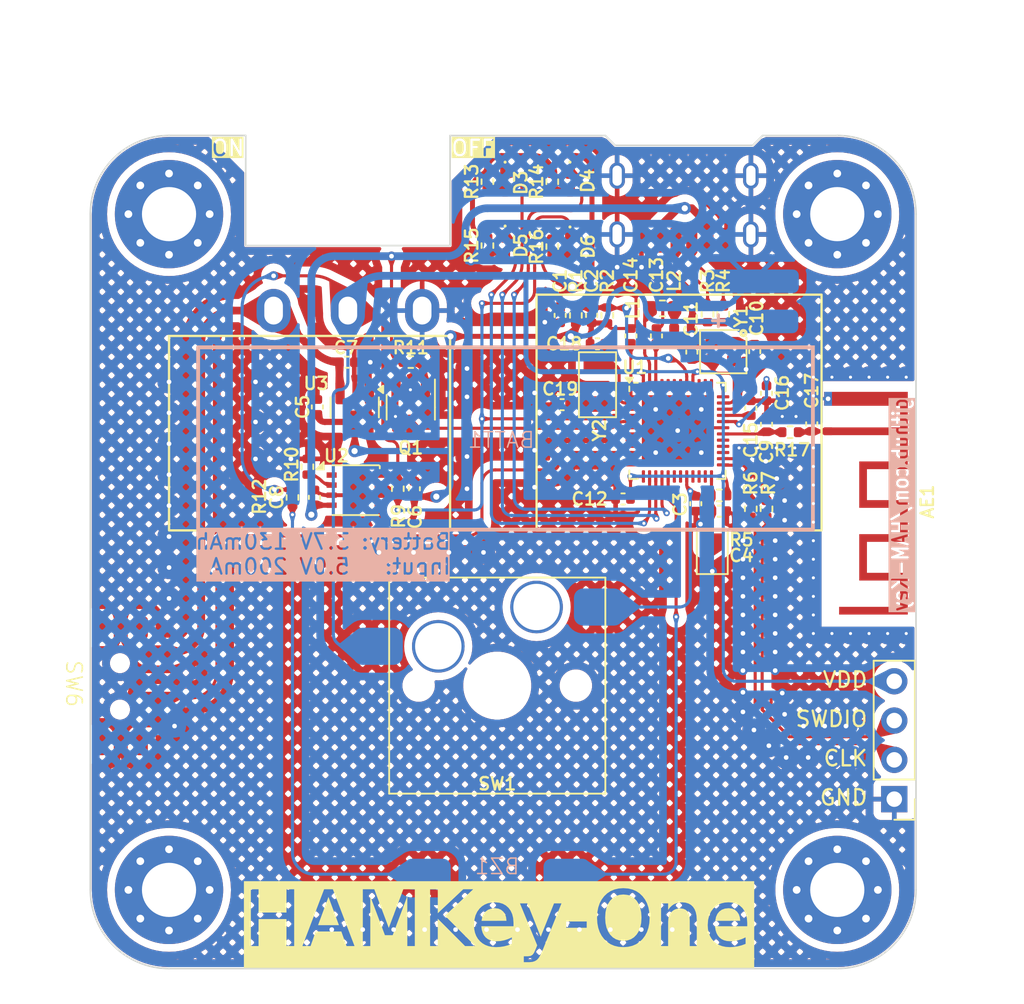
<source format=kicad_pcb>
(kicad_pcb (version 20240108) (generator "pcbnew") (generator_version "8.0")
  (layers (0 "F.Cu" signal) (31 "B.Cu" signal) (34 "B.Paste" user) (35 "F.Paste" user) (36 "B.SilkS" user "B.Silkscreen") (37 "F.SilkS" user "F.Silkscreen") (38 "B.Mask" user) (39 "F.Mask" user) (44 "Edge.Cuts" user))
  (net 0 "")
  (net 1 "Net-(BZ1--)")
  (net 2 "/BUZZER")
  (net 3 "GND")
  (net 4 "+3.3V")
  (net 5 "/BTN0")
  (net 6 "/LED_RED")
  (net 7 "Net-(U1-P0.29{slash}AIN5)")
  (net 8 "/LED_BLUE")
  (net 9 "/RESET")
  (net 10 "/LED_WHITE")
  (net 11 "Net-(D3-A)")
  (net 12 "Net-(Q1-B)")
  (net 13 "/CHARGING")
  (net 14 "/CC2")
  (net 15 "/CC1")
  (net 16 "/BAT+")
  (net 17 "+5V")
  (net 18 "Net-(U1-ANT)")
  (net 19 "Net-(U2-PROG)")
  (net 21 "Net-(U1-XC1)")
  (net 22 "Net-(U1-XC2)")
  (net 23 "Net-(U1-DEC4)")
  (net 24 "Net-(U1-DEC1)")
  (net 25 "Net-(U1-DEC3)")
  (net 26 "Net-(U1-DEC2)")
  (net 27 "Net-(AE1-A)")
  (net 28 "Net-(U1-P0.00{slash}XL1)")
  (net 29 "Net-(U1-P0.01{slash}XL2)")
  (net 30 "Net-(D4-A)")
  (net 31 "Net-(D5-A)")
  (net 32 "Net-(D6-A)")
  (net 33 "/VBUS")
  (net 47 "Net-(U1-DCC)")
  (net 53 "/BTN2")
  (net 54 "Net-(L1-Pad2)")
  (net 55 "LDO3v3")
  (net 57 "/SWDP")
  (net 58 "/SWDN")
  (net 59 "/SWD+")
  (net 60 "/SWD-")
  (net 62 "/SW_SOUND")
  (footprint "Capacitor_SMD:C_0402_1005Metric" (layer "F.Cu") (at 154.813 100.076 180)
    (property "Reference" "C12")
    (property "Value" "4.7uF")
  )
  (footprint "MountingHole:MountingHole_3.5mm_Pad_Via" (layer "F.Cu") (at 125.476001 125.349)
    (property "Reference" "H2" (hide yes))
    (property "Value" "M3.5")
  )
  (footprint "Resistor_SMD:R_0402_1005Metric" (layer "F.Cu") (at 150.241 79.5685 90)
    (property "Reference" "R14")
    (property "Value" "470R")
  )
  (footprint "Resistor_SMD:R_0402_1005Metric" (layer "F.Cu") (at 140.2588 99.4136 -90)
    (property "Reference" "R9")
    (property "Value" "470k")
  )
  (footprint "Capacitor_SMD:C_0402_1005Metric" (layer "F.Cu") (at 164.084 95.25 90)
    (property "Reference" "C9")
    (property "Value" "0.8pF")
  )
  (footprint "LED_SMD:LED_0402_1005Metric_Pad0.77x0.64mm_HandSolder" (layer "F.Cu") (at 151.384 79.5685 -90)
    (property "Reference" "D4")
    (property "Value" "BLUE")
  )
  (footprint "Resistor_SMD:R_0402_1005Metric" (layer "F.Cu") (at 133.4516 99.9764 -90)
    (property "Reference" "R12")
    (property "Value" "100R")
  )
  (footprint "Capacitor_SMD:C_0402_1005Metric" (layer "F.Cu") (at 150.749 88.207 -90)
    (property "Reference" "C1")
    (property "Value" "0.1uF")
  )
  (footprint "Resistor_SMD:R_0402_1005Metric" (layer "F.Cu") (at 134.4168 97.9912 -90)
    (property "Reference" "R10")
    (property "Value" "10k")
  )
  (footprint "Inductor_SMD:L_0603_1608Metric" (layer "F.Cu") (at 157.353 87.757)
    (property "Reference" "L1")
    (property "Value" "10uH")
  )
  (footprint "Capacitor_SMD:C_0402_1005Metric" (layer "F.Cu") (at 153.162 90.043 180)
    (property "Reference" "C18")
    (property "Value" "12pF")
  )
  (footprint "Connector_PinHeader_2.54mm:PinHeader_1x04_P2.54mm_Vertical" (layer "F.Cu") (at 172.339 119.4816 180)
    (property "Reference" "J1" (hide yes))
    (property "Value" "Conn_01x04")
  )
  (footprint "Package_TO_SOT_SMD:SOT-23" (layer "F.Cu") (at 137.475 94.1555 -90)
    (property "Reference" "U3")
    (property "Value" "~")
  )
  (footprint "RF_Antenna:Texas_SWRA117D_2.4GHz_Right" (layer "F.Cu") (at 168.063 95.699 -90)
    (property "Reference" "AE1")
    (property "Value" "Antenna_Shield")
  )
  (footprint "Capacitor_SMD:C_0402_1005Metric" (layer "F.Cu") (at 161.036 100.8634 180)
    (property "Reference" "C4")
    (property "Value" "0.1uF")
  )
  (footprint "Capacitor_SMD:C_0402_1005Metric" (layer "F.Cu") (at 159.512 100.3808 90)
    (property "Reference" "C3")
    (property "Value" "0.47uF")
  )
  (footprint "Capacitor_SMD:C_0402_1005Metric" (layer "F.Cu") (at 163.068 94.206 -90)
    (property "Reference" "C15")
    (property "Value" "100pF")
  )
  (footprint "Resistor_SMD:R_0402_1005Metric" (layer "F.Cu") (at 163.068 100.711 -90)
    (property "Reference" "R6")
    (property "Value" "0R")
  )
  (footprint "LED_SMD:LED_0402_1005Metric_Pad0.77x0.64mm_HandSolder" (layer "F.Cu") (at 147.193 83.695 -90)
    (property "Reference" "D5")
    (property "Value" "WHITE")
  )
  (footprint "xianii:KEY-1511" (layer "F.Cu") (at 146.685 112.141)
    (property "Reference" "SW1")
    (property "Value" "SW_Main")
  )
  (footprint "Resistor_SMD:R_0402_1005Metric" (layer "F.Cu") (at 146.05 83.695 90)
    (property "Reference" "R15")
    (property "Value" "470R")
  )
  (footprint "Package_TO_SOT_SMD:SOT-23-3" (layer "F.Cu") (at 141.097 94.15 -90)
    (property "Reference" "Q1")
    (property "Value" "DTC143Z")
  )
  (footprint "Resistor_SMD:R_0402_1005Metric" (layer "F.Cu") (at 153.797 88.207 -90)
    (property "Reference" "R2")
    (property "Value" "1M")
  )
  (footprint "Capacitor_SMD:C_0402_1005Metric" (layer "F.Cu") (at 163.322 90.551 90)
    (property "Reference" "C10")
    (property "Value" "12pF")
  )
  (footprint "Resistor_SMD:R_0402_1005Metric" (layer "F.Cu") (at 151.765 88.207 90)
    (property "Reference" "R1")
    (property "Value" "470k")
  )
  (footprint "Capacitor_SMD:C_0402_1005Metric" (layer "F.Cu") (at 134.874 99.9724 -90)
    (property "Reference" "C8")
    (property "Value" "1uF")
  )
  (footprint "MountingHole:MountingHole_3.5mm_Pad_Via" (layer "F.Cu") (at 125.476 81.661)
    (property "Reference" "H4" (hide yes))
    (property "Value" "M3.5")
  )
  (footprint "Capacitor_SMD:C_0402_1005Metric" (layer "F.Cu") (at 152.781 88.207 -90)
    (property "Reference" "C2")
    (property "Value" "0.1uF")
  )
  (footprint "LED_SMD:LED_0402_1005Metric_Pad0.77x0.64mm_HandSolder" (layer "F.Cu") (at 151.384 83.7575 -90)
    (property "Reference" "D6")
    (property "Value" "GREEN")
  )
  (footprint "Resistor_SMD:R_0402_1005Metric" (layer "F.Cu") (at 160.274 88.138 -90)
    (property "Reference" "R3")
    (property "Value" "5.1k")
  )
  (footprint "Jumper:SolderJumper-2_P1.3mm_Open_TrianglePad1.0x1.5mm" (layer "F.Cu") (at 160.5788 103.5304 -90)
    (property "Reference" "SW2" (hide yes))
    (property "Value" "SW_Reset")
  )
  (footprint "PCM_Crystal_AKL:Crystal_SMD_2016-4Pin_2.0x1.6mm" (layer "F.Cu") (at 161.29 90.551 180)
    (property "Reference" "Y1")
    (property "Value" "Xtal_32M" (hide yes))
  )
  (footprint "Resistor_SMD:R_0402_1005Metric" (layer "F.Cu") (at 164.084 100.711 -90)
    (property "Reference" "R7")
    (property "Value" "0R")
  )
  (footprint "MountingHole:MountingHole_3.5mm_Pad_Via" (layer "F.Cu") (at 168.655999 81.661)
    (property "Reference" "H3" (hide yes))
    (property "Value" "M3.5")
  )
  (footprint "Capacitor_SMD:C_0402_1005Metric" (layer "F.Cu") (at 164.084 93.246 90)
    (property "Reference" "C16")
    (property "Value" "NC")
  )
  (footprint "Inductor_SMD:L_0402_1005Metric" (layer "F.Cu") (at 158.115 89.535 -90)
    (property "Reference" "L2")
    (property "Value" "15nH")
  )
  (footprint "Resistor_SMD:R_0402_1005Metric" (layer "F.Cu") (at 150.241 83.7595 90)
    (property "Reference" "R16")
    (property "Value" "470R")
  )
  (footprint "MountingHole:MountingHole_3.5mm_Pad_Via" (layer "F.Cu") (at 168.656 125.349)
    (property "Reference" "H1" (hide yes))
    (property "Value" "M3.5")
  )
  (footprint "Capacitor_SMD:C_0402_1005Metric" (layer "F.Cu") (at 159.258 90.579 -90)
    (property "Reference" "C11")
    (property "Value" "12pF")
  )
  (footprint "xianii:SK-3296S-01-L1" (layer "F.Cu") (at 122.3062 112.1914 -90)
    (property "Reference" "SW6")
    (property "Value" "SW_SOUND")
  )
  (footprint "Capacitor_SMD:C_0402_1005Metric" (layer "F.Cu") (at 167.005 95.222 90)
    (property "Reference" "C17")
    (property "Value" "NC")
  )
  (footprint "Resistor_SMD:R_0402_1005Metric" (layer "F.Cu") (at 146.05 79.5665 90)
    (property "Reference" "R13")
    (property "Value" "470R")
  )
  (footprint "Resistor_SMD:R_0402_1005Metric" (layer "F.Cu") (at 141.097 91.2235)
    (property "Reference" "R11")
    (property "Value" "100k")
  )
  (footprint "LED_SMD:LED_0402_1005Metric_Pad0.77x0.64mm_HandSolder" (layer "F.Cu") (at 147.193 79.5665 -90)
    (property "Reference" "D3")
    (property "Value" "RED")
  )
  (footprint "Capacitor_SMD:C_0402_1005Metric" (layer "F.Cu") (at 150.876 93.98 180)
    (property "Reference" "C19")
    (property "Value" "12pF")
  )
  (footprint "Capacitor_SMD:C_0402_1005Metric" (layer "F.Cu") (at 141.3256 99.4156 -90)
    (property "Reference" "C6")
    (property "Value" "1uF")
  )
  (footprint "nigh_Library:Type-C-3.2H" (layer "F.Cu") (at 158.752 84.1486 180)
    (property "Reference" "USB1" (hide yes))
    (property "Value" "USB_C_Receptacle_PowerOnly_6P")
  )
  (footprint "PCM_Crystal_AKL:Crystal_SMD_3215-2Pin_3.2x1.5mm" (layer "F.Cu") (at 153.162 92.69 -90)
    (property "Reference" "Y2")
    (property "Value" "32.768kHz" (hide yes))
  )
  (footprint "Package_DFN_QFN:DFN-8-1EP_3x3mm_P0.65mm_EP1.55x2.4mm" (layer "F.Cu") (at 137.5345 99.5056)
    (property "Reference" "U2")
    (property "Value" "SLM6400")
  )
  (footprint "Capacitor_SMD:C_0402_1005Metric" (layer "F.Cu") (at 156.972 89.535 90)
    (property "Reference" "C13")
    (property "Value" "1uF")
  )
  (footprint "Resistor_SMD:R_0402_1005Metric" (layer "F.Cu") (at 161.29 88.14 -90)
    (property "Reference" "R4")
    (property "Value" "5.1k")
  )
  (footprint "Capacitor_SMD:C_0402_1005Metric" (layer "F.Cu") (at 155.321 89.535 -90)
    (property "Reference" "C14")
    (property "Value" "0.1uF")
  )
  (footprint "Package_DFN_QFN:QFN-48-1EP_6x6mm_P0.4mm_EP4.6x4.6mm" (layer "F.Cu") (at 158.328 95.672)
    (property "Reference" "U1")
    (property "Value" "nRF52832-QFxx")
  )
  (footprint "Resistor_SMD:R_0402_1005Metric" (layer "F.Cu") (at 161.036 99.8474)
    (property "Reference" "R5")
    (property "Value" "5.1k")
  )
  (footprint "Capacitor_SMD:C_0402_1005Metric" (layer "F.Cu") (at 136.967 91.2345)
    (property "Reference" "C7")
    (property "Value" "4.7uF")
  )
  (footprint "Capacitor_SMD:C_0402_1005Metric" (layer "F.Cu") (at 135.062 94.1275 90)
    (property "Reference" "C5")
    (property "Value" "1uF")
  )
  (footprint "nigh_Library:SS12D06G5" (layer "F.Cu") (at 137.033 87.8967)
    (property "Reference" "SW3" (hide yes))
    (property "Value" "SW_PWR")
  )
  (footprint "Resistor_SMD:R_0402_1005Metric" (layer "F.Cu") (at 165.608 95.758 180)
    (property "Reference" "R17")
    (property "Value" "0R")
  )
  (footprint "xianii:BATT-501240" (layer "B.Cu") (at 147.1676 96.4692)
    (property "Reference" "BATT1")
    (property "Value" "Battery_Cell")
  )
  (footprint "xianii:BUZZ-9032" (layer "B.Cu") (at 146.6765 124.333 180)
    (property "Reference" "BZ1")
    (property "Value" "Buzzer")
  )
  (gr_rect (start 125.476 89.535) (end 143.637 102.108) (stroke (width 0.15)) (fill none) (layer "F.SilkS"))
  (gr_rect (start 149.225 86.868) (end 167.64 102.108) (stroke (width 0.15)) (fill none) (layer "F.SilkS"))
  (gr_line (start 130.429 76.574655) (end 125.476001 76.574655) (stroke (width 0.1)) (layer "Edge.Cuts"))
  (gr_line (start 173.742346 81.661001) (end 173.742346 125.349001) (stroke (width 0.1)) (layer "Edge.Cuts"))
  (gr_line (start 143.637 76.581) (end 153.67 76.581) (stroke (width 0.1)) (layer "Edge.Cuts"))
  (gr_line (start 163.83 76.581) (end 168.656 76.581) (stroke (width 0.1)) (layer "Edge.Cuts"))
  (gr_line (start 125.476002 130.435347) (end 168.656 130.435347) (stroke (width 0.1)) (layer "Edge.Cuts"))
  (gr_arc (start 168.656 76.574655) (mid 172.252589 78.064412) (end 173.742346 81.661001) (stroke (width 0.1)) (layer "Edge.Cuts"))
  (gr_arc (start 173.742346 125.349001) (mid 172.25259 128.945592) (end 168.656 130.435347) (stroke (width 0.1)) (layer "Edge.Cuts"))
  (gr_line (start 154.305 77.216) (end 163.195 77.216) (stroke (width 0.1)) (layer "Edge.Cuts"))
  (gr_arc (start 125.476002 130.435347) (mid 121.879411 128.945591) (end 120.389656 125.349001) (stroke (width 0.1)) (layer "Edge.Cuts"))
  (gr_line (start 130.429 76.574655) (end 130.429 83.693) (stroke (width 0.1)) (layer "Edge.Cuts"))
  (gr_line (start 130.429 83.693) (end 143.637 83.693) (stroke (width 0.1)) (layer "Edge.Cuts"))
  (gr_line (start 163.195 77.216) (end 163.83 76.581) (stroke (width 0.1)) (layer "Edge.Cuts"))
  (gr_line (start 153.67 76.581) (end 154.305 77.216) (stroke (width 0.1)) (layer "Edge.Cuts"))
  (gr_line (start 143.637 83.693) (end 143.637 76.581) (stroke (width 0.1)) (layer "Edge.Cuts"))
  (gr_arc (start 120.389655 81.661001) (mid 121.879411 78.064411) (end 125.476001 76.574655) (stroke (width 0.1)) (layer "Edge.Cuts"))
  (gr_line (start 120.389655 81.661001) (end 120.389656 125.349001) (stroke (width 0.1)) (layer "Edge.Cuts"))
  (gr_text "github.com/HAM-Key" (at 173.3296 93.472 90) (layer "B.SilkS" knockout) (effects (font (size 1 0.85)) (justify left bottom mirror)))
  (gr_text "Battery: 3.7V 130mAh\nInput:   5.0V 200mA" (at 143.764 105.029 0) (layer "B.SilkS" knockout) (effects (font (size 1 1)) (justify left bottom mirror)))
  (gr_text "VDD" (at 170.688 111.76 0) (layer "F.SilkS") (effects (font (size 1 1)) (justify right)))
  (gr_text "SWDIO" (at 170.688 114.3 0) (layer "F.SilkS") (effects (font (size 1 1)) (justify right)))
  (gr_text "GND" (at 170.688 119.38 0) (layer "F.SilkS") (effects (font (size 1 1)) (justify right)))
  (gr_text "HAMKey-One" (at 146.6873 129.5908 0) (layer "F.SilkS" knockout) (effects (font (size 3.6 3.6) (thickness 1)) (justify bottom)))
  (gr_text "ON" (at 128.143 77.978 0) (layer "F.SilkS" knockout) (effects (font (size 1 1)) (justify left bottom)))
  (gr_text "CLK" (at 170.688 116.84 0) (layer "F.SilkS") (effects (font (size 1 1)) (justify right)))
  (gr_text "OFF" (at 143.637 77.978 0) (layer "F.SilkS" knockout) (effects (font (size 1 1)) (justify left bottom)))
  (segment (start 133.4516 101.092) (end 133.4516 100.4864) (width 0.2) (layer "F.Cu") (net 1))
  (via (at 133.4516 101.092) (size 0.4) (drill 0.2) (layers "F.Cu" "B.Cu") (net 1))
  (segment (start 142.1765 124.333) (end 134.851074 124.333) (width 0.2) (layer "B.Cu") (net 1))
  (segment (start 133.4516 122.933526) (end 133.4516 101.092) (width 0.2) (layer "B.Cu") (net 1))
  (arc (start 134.851074 124.333) (mid 133.861496 123.923104) (end 133.4516 122.933526) (width 0.2) (layer "B.Cu") (net 1))
  (segment (start 158.242 107.696) (end 158.242 100.7872) (width 0.2) (layer "F.Cu") (net 2))
  (segment (start 158.098316 100.440316) (end 157.9372 100.2792) (width 0.2) (layer "F.Cu") (net 2))
  (segment (start 157.728 99.774147) (end 157.728 98.622) (width 0.2) (layer "F.Cu") (net 2))
  (via (at 158.242 107.696) (size 0.4) (drill 0.2) (layers "F.Cu" "B.Cu") (net 2))
  (arc (start 157.9372 100.2792) (mid 157.782369 100.04748) (end 157.728 99.774147) (width 0.2) (layer "F.Cu") (net 2))
  (arc (start 158.242 100.7872) (mid 158.204658 100.599468) (end 158.098316 100.440316) (width 0.2) (layer "F.Cu") (net 2))
  (segment (start 151.1765 124.333) (end 157.4546 124.333) (width 0.2) (layer "B.Cu") (net 2))
  (segment (start 158.242 123.5456) (end 158.242 107.696) (width 0.2) (layer "B.Cu") (net 2))
  (arc (start 157.4546 124.333) (mid 158.011376 124.102376) (end 158.242 123.5456) (width 0.2) (layer "B.Cu") (net 2))
  (segment (start 138.102913 98.937186) (end 137.5345 99.5056) (width 0.25) (layer "F.Cu") (net 3))
  (segment (start 135.9845 99.8306) (end 135.690487 99.8306) (width 0.25) (layer "F.Cu") (net 3))
  (segment (start 161.9504 101.2978) (end 161.9504 102.300456) (width 0.2) (layer "F.Cu") (net 3))
  (segment (start 150.749 88.687) (end 149.7994 88.687) (width 0.2) (layer "F.Cu") (net 3))
  (segment (start 135.9845 99.8306) (end 136.749881 99.8306) (width 0.25) (layer "F.Cu") (net 3))
  (segment (start 161.278 95.472) (end 158.810842 95.472) (width 0.2) (layer "F.Cu") (net 3))
  (segment (start 156.6672 86.5632) (end 155.8544 86.5632) (width 0.2) (layer "F.Cu") (net 3))
  (segment (start 159.512 100.8608) (end 159.512 101.3968) (width 0.2) (layer "F.Cu") (net 3))
  (segment (start 162.7632 91.101) (end 163.153006 91.101) (width 0.2) (layer "F.Cu") (net 3))
  (segment (start 154.135 89.055) (end 155.321 89.055) (width 0.2) (layer "F.Cu") (net 3))
  (segment (start 162.7632 91.694) (end 162.7632 91.101) (width 0.2) (layer "F.Cu") (net 3))
  (segment (start 155.6512 88.7248) (end 155.6512 86.7664) (width 0.2) (layer "F.Cu") (net 3))
  (segment (start 159.258 90.099) (end 160.492 90.099) (width 0.2) (layer "F.Cu") (net 3))
  (segment (start 139.0845 97.1745) (end 139.0845 98.5306) (width 0.2) (layer "F.Cu") (net 3))
  (segment (start 152.781 88.687) (end 153.767 88.687) (width 0.2) (layer "F.Cu") (net 3))
  (segment (start 156.002 86.4156) (end 156.002 83.3492) (width 0.2) (layer "F.Cu") (net 3))
  (segment (start 152.682 90.043) (end 152.682 88.786) (width 0.2) (layer "F.Cu") (net 3))
  (segment (start 157.3784 88.6486) (end 157.3784 87.2744) (width 0.2) (layer "F.Cu") (net 3))
  (segment (start 125.122 114.7572) (end 125.8316 114.7572) (width 0.2) (layer "F.Cu") (net 3))
  (segment (start 167.42441 93.585491) (end 167.865293 93.585491) (width 0.2) (layer "F.Cu") (net 3))
  (segment (start 138.425 93.218) (end 138.425 96.515) (width 0.2) (layer "F.Cu") (net 3))
  (segment (start 162.56 102.7684) (end 162.418344 102.7684) (width 0.2) (layer "F.Cu") (net 3))
  (segment (start 157.328 92.722) (end 157.328 93.302698) (width 0.2) (layer "F.Cu") (net 3))
  (segment (start 161.99 91.101) (end 162.7632 91.101) (width 0.2) (layer "F.Cu") (net 3))
  (via (at 149.098 93.218) (size 0.6) (drill 0.3) (layers "F.Cu" "B.Cu") (net 3))
  (via (at 167.11 92.202) (size 0.4) (drill 0.2) (layers "F.Cu" "B.Cu") (net 3))
  (via (at 164.6428 102.7684) (size 0.6) (drill 0.3) (layers "F.Cu" "B.Cu") (net 3))
  (via (at 164.0332 97.6376) (size 0.6) (drill 0.3) (layers "F.Cu" "B.Cu") (net 3))
  (via (at 160.5788 104.7496) (size 0.6) (drill 0.3) (layers "F.Cu" "B.Cu") (net 3))
  (via (at 162.56 108.7684) (size 0.6) (drill 0.3) (layers "F.Cu" "B.Cu") (net 3))
  (via (at 135.9916 127.9144) (size 0.6) (drill 0.3) (layers "F.Cu" "B.Cu") (net 3))
  (via (at 162.56 107.5684) (size 0.6) (drill 0.3) (layers "F.Cu" "B.Cu") (net 3))
  (via (at 167.11 96.774) (size 0.4) (drill 0.2) (layers "F.Cu" "B.Cu") (net 3))
  (via (at 165.354 116.7892) (size 0.6) (drill 0.3) (layers "F.Cu" "B.Cu") (net 3))
  (via (at 162.56 105.1684) (size 0.6) (drill 0.3) (layers "F.Cu" "B.Cu") (net 3))
  (via (at 125.476 98.5068) (size 0.6) (drill 0.3) (layers "F.Cu" "B.Cu") (net 3))
  (via (at 162.56 113.8428) (size 0.6) (drill 0.3) (layers "F.Cu" "B.Cu") (net 3))
  (via (at 165.2524 113.9952) (size 0.6) (drill 0.3) (layers "F.Cu" "B.Cu") (net 3))
  (via (at 145.9916 127.9144) (size 0.6) (drill 0.3) (layers "F.Cu" "B.Cu") (net 3))
  (via (at 164.6428 106.3684) (size 0.6) (drill 0.3) (layers "F.Cu" "B.Cu") (net 3))
  (via (at 167.11 99.174) (size 0.4) (drill 0.2) (layers "F.Cu" "B.Cu") (net 3))
  (via (at 125.476 96.5068) (size 0.6) (drill 0.3) (layers "F.Cu" "B.Cu") (net 3))
  (via (at 125.476 92.5068) (size 0.6) (drill 0.3) (layers "F.Cu" "B.Cu") (net 3))
  (via (at 125.476 102.5068) (size 0.6) (drill 0.3) (layers "F.Cu" "B.Cu") (net 3))
  (via (at 159.258 87.63) (size 0.6) (drill 0.3) (layers "F.Cu" "B.Cu") (net 3))
  (via (at 167.8432 114.7572) (size 0.6) (drill 0.3) (layers "F.Cu" "B.Cu") (net 3))
  (via (at 167.11 107.574) (size 0.4) (drill 0.2) (layers "F.Cu" "B.Cu") (net 3))
  (via (at 144.9832 84.6836) (size 0.6) (drill 0.3) (layers "F.Cu" "B.Cu") (net 3))
  (via (at 139.9916 127.9144) (size 0.6) (drill 0.3) (layers "F.Cu" "B.Cu") (net 3))
  (via (at 162.56 112.5728) (size 0.6) (drill 0.3) (layers "F.Cu" "B.Cu") (net 3))
  (via (at 159.258 89.4588) (size 0.6) (drill 0.3) (layers "F.Cu" "B.Cu") (net 3))
  (via (at 165.1 112.6236) (size 0.6) (drill 0.3) (layers "F.Cu" "B.Cu") (net 3))
  (via (at 162.56 103.9684) (size 0.6) (drill 0.3) (layers "F.Cu" "B.Cu") (net 3))
  (via (at 125.476 104.5068) (size 0.6) (drill 0.3) (layers "F.Cu" "B.Cu") (net 3))
  (via (at 166.4716 114.7572) (size 0.6) (drill 0.3) (layers "F.Cu" "B.Cu") (net 3))
  (via (at 162.56 106.3684) (size 0.6) (drill 0.3) (layers "F.Cu" "B.Cu") (net 3))
  (via (at 167.11 102.774) (size 0.4) (drill 0.2) (layers "F.Cu" "B.Cu") (net 3))
  (via (at 165.91 96.774) (size 0.4) (drill 0.2) (layers "F.Cu" "B.Cu") (net 3))
  (via (at 159.8676 97.0788) (size 0.6) (drill 0.3) (layers "F.Cu" "B.Cu") (net 3))
  (via (at 162.56 109.9684) (size 0.6) (drill 0.3) (layers "F.Cu" "B.Cu") (net 3))
  (via (at 141.9916 127.9144) (size 0.6) (drill 0.3) (layers "F.Cu" "B.Cu") (net 3))
  (via (at 133.35 97.4852) (size 0.6) (drill 0.3) (layers "F.Cu" "B.Cu") (net 3))
  (via (at 167.11 97.974) (size 0.4) (drill 0.2) (layers "F.Cu" "B.Cu") (net 3))
  (via (at 167.11 106.374) (size 0.4) (drill 0.2) (layers "F.Cu" "B.Cu") (net 3))
  (via (at 165.2524 101.4476) (size 0.6) (drill 0.3) (layers "F.Cu" "B.Cu") (net 3))
  (via (at 170.71 92.202) (size 0.4) (drill 0.2) (layers "F.Cu" "B.Cu") (net 3))
  (via (at 162.7632 91.694) (size 0.6) (drill 0.3) (layers "F.Cu" "B.Cu") (net 3))
  (via (at 159.8676 94.2848) (size 0.6) (drill 0.3) (layers "F.Cu" "B.Cu") (net 3))
  (via (at 151.9916 127.9144) (size 0.6) (drill 0.3) (layers "F.Cu" "B.Cu") (net 3))
  (via (at 164.71 96.774) (size 0.4) (drill 0.2) (layers "F.Cu" "B.Cu") (net 3))
  (via (at 164.6428 107.5684) (size 0.6) (drill 0.3) (layers "F.Cu" "B.Cu") (net 3))
  (via (at 164.2364 116.0272) (size 0.6) (drill 0.3) (layers "F.Cu" "B.Cu") (net 3))
  (via (at 167.11 93.402) (size 0.4) (drill 0.2) (layers "F.Cu" "B.Cu") (net 3))
  (via (at 143.5608 103.5304) (size 0.6) (drill 0.3) (layers "F.Cu" "B.Cu") (net 3))
  (via (at 164.6428 103.9684) (size 0.6) (drill 0.3) (layers "F.Cu" "B.Cu") (net 3))
  (via (at 149.7584 88.646) (size 0.6) (drill 0.3) (layers "F.Cu" "B.Cu") (net 3))
  (via (at 139.0396 103.5304) (size 0.6) (drill 0.3) (layers "F.Cu" "B.Cu") (net 3))
  (via (at 167.11 108.774) (size 0.4) (drill 0.2) (layers "F.Cu" "B.Cu") (net 3))
  (via (at 141.0716 93.0148) (size 0.4) (drill 0.2) (layers "F.Cu" "B.Cu") (net 3))
  (via (at 131.064 95.0976) (size 0.6) (drill 0.3) (layers "F.Cu" "B.Cu") (net 3))
  (via (at 125.476 100.5068) (size 0.6) (drill 0.3) (layers "F.Cu" "B.Cu") (net 3))
  (via (at 149.098 96.9264) (size 0.6) (drill 0.3) (layers "F.Cu" "B.Cu") (net 3))
  (via (at 169.2148 114.7572) (size 0.6) (drill 0.3) (layers "F.Cu" "B.Cu") (net 3))
  (via (at 168.31 92.202) (size 0.4) (drill 0.2) (layers "F.Cu" "B.Cu") (net 3))
  (via (at 168.2496 116.7892) (size 0.6) (drill 0.3) (layers "F.Cu" "B.Cu") (net 3))
  (via (at 169.6212 116.7892) (size 0.6) (drill 0.3) (layers "F.Cu" "B.Cu") (net 3))
  (via (at 164.6428 108.7684) (size 0.6) (drill 0.3) (layers "F.Cu" "B.Cu") (net 3))
  (via (at 163.2712 115.0112) (size 0.6) (drill 0.3) (layers "F.Cu" "B.Cu") (net 3))
  (via (at 144.7292 97.3328) (size 0.6) (drill 0.3) (layers "F.Cu" "B.Cu") (net 3))
  (via (at 143.9916 127.9144) (size 0.6) (drill 0.3) (layers "F.Cu" "B.Cu") (net 3))
  (via (at 164.6428 109.9684) (size 0.6) (drill 0.3) (layers "F.Cu" "B.Cu") (net 3))
  (via (at 156.0068 85.09) (size 0.6) (drill 0.3) (layers "F.Cu" "B.Cu") (net 3))
  (via (at 171.91 92.202) (size 0.4) (drill 0.2) (layers "F.Cu" "B.Cu") (net 3))
  (via (at 167.11 101.574) (size 0.4) (drill 0.2) (layers "F.Cu" "B.Cu") (net 3))
  (via (at 131.064 92.5068) (size 0.6) (drill 0.3) (layers "F.Cu" "B.Cu") (net 3))
  (via (at 167.11 100.374) (size 0.4) (drill 0.2) (layers "F.Cu" "B.Cu") (net 3))
  (via (at 164.6428 111.1684) (size 0.6) (drill 0.3) (layers "F.Cu" "B.Cu") (net 3))
  (via (at 145.796 103.5304) (size 0.6) (drill 0.3) (layers "F.Cu" "B.Cu") (net 3))
  (via (at 157.2768 85.09) (size 0.6) (drill 0.3) (layers "F.Cu" "B.Cu") (net 3))
  (via (at 165.989 94.742) (size 0.4) (drill 0.2) (layers "F.Cu" "B.Cu") (net 3))
  (via (at 153.9916 127.9144) (size 0.6) (drill 0.3) (layers "F.Cu" "B.Cu") (net 3))
  (via (at 149.9916 127.9144) (size 0.6) (drill 0.3) (layers "F.Cu" "B.Cu") (net 3))
  (via (at 165.1 94.742) (size 0.4) (drill 0.2) (layers "F.Cu" "B.Cu") (net 3))
  (via (at 163.51 96.774) (size 0.4) (drill 0.2) (layers "F.Cu" "B.Cu") (net 3))
  (via (at 162.31 96.774) (size 0.4) (drill 0.2) (layers "F.Cu" "B.Cu") (net 3))
  (via (at 154.432 85.09) (size 0.6) (drill 0.3) (layers "F.Cu" "B.Cu") (net 3))
  (via (at 147.9916 127.9144) (size 0.6) (drill 0.3) (layers "F.Cu" "B.Cu") (net 3))
  (via (at 165.2524 100.1776) (size 0.6) (drill 0.3) (layers "F.Cu" "B.Cu") (net 3))
  (via (at 137.9916 127.9144) (size 0.6) (drill 0.3) (layers "F.Cu" "B.Cu") (net 3))
  (via (at 144.7292 91.6432) (size 0.6) (drill 0.3) (layers "F.Cu" "B.Cu") (net 3))
  (via (at 159.8168 101.7016) (size 0.6) (drill 0.3) (layers "F.Cu" "B.Cu") (net 3))
  (via (at 167.11 105.174) (size 0.4) (drill 0.2) (layers "F.Cu" "B.Cu") (net 3))
  (via (at 167.11 103.974) (size 0.4) (drill 0.2) (layers "F.Cu" "B.Cu") (net 3))
  (via (at 162.56 102.7684) (size 0.6) (drill 0.3) (layers "F.Cu" "B.Cu") (net 3))
  (via (at 149.098 99.314) (size 0.6) (drill 0.3) (layers "F.Cu" "B.Cu") (net 3))
  (via (at 156.9212 97.0788) (size 0.6) (drill 0.3) (layers "F.Cu" "B.Cu") (net 3))
  (via (at 138.4808 91.2368) (size 0.6) (drill 0.3) (layers "F.Cu" "B.Cu") (net 3))
  (via (at 157.9916 127.9144) (size 0.6) (drill 0.3) (layers "F.Cu" "B.Cu") (net 3))
  (via (at 144.7292 99.4156) (size 0.6) (drill 0.3) (layers "F.Cu" "B.Cu") (net 3))
  (via (at 164.7444 98.7552) (size 0.6) (drill 0.3) (layers "F.Cu" "B.Cu") (net 3))
  (via (at 125.8316 114.7572) (size 0.6) (drill 0.3) (layers "F.Cu" "B.Cu") (net 3))
  (via (at 125.476 94.5068) (size 0.6) (drill 0.3) (layers "F.Cu" "B.Cu") (net 3))
  (via (at 169.51 92.202) (size 0.4) (drill 0.2) (layers "F.Cu" "B.Cu") (net 3))
  (via (at 173.11 108.774) (size 0.4) (drill 0.2) (layers "F.Cu" "B.Cu") (net 3))
  (via (at 158.3436 95.6564) (size 0.6) (drill 0.3) (layers "F.Cu" "B.Cu") (net 3))
  (via (at 168.31 108.774) (size 0.4) (drill 0.2) (layers "F.Cu" "B.Cu") (net 3))
  (via (at 141.2748 103.5304) (size 0.6) (drill 0.3) (layers "F.Cu" "B.Cu") (net 3))
  (via (at 164.6428 105.1684) (size 0.6) (drill 0.3) (layers "F.Cu" "B.Cu") (net 3))
  (via (at 131.064 97.4852) (size 0.6) (drill 0.3) (layers "F.Cu" "B.Cu") (net 3))
  (via (at 171.91 108.774) (size 0.4) (drill 0.2) (layers "F.Cu" "B.Cu") (net 3))
  (via (at 173.11 92.202) (size 0.4) (drill 0.2) (layers "F.Cu" "B.Cu") (net 3))
  (via (at 156.9212 94.2848) (size 0.6) (drill 0.3) (layers "F.Cu" "B.Cu") (net 3))
  (via (at 170.71 108.774) (size 0.4) (drill 0.2) (layers "F.Cu" "B.Cu") (net 3))
  (via (at 162.56 111.1684) (size 0.6) (drill 0.3) (layers "F.Cu" "B.Cu") (net 3))
  (via (at 125.476 106.5068) (size 0.6) (drill 0.3) (layers "F.Cu" "B.Cu") (net 3))
  (via (at 166.7764 116.7892) (size 0.6) (drill 0.3) (layers "F.Cu" "B.Cu") (net 3))
  (via (at 144.7292 93.472) (size 0.6) (drill 0.3) (layers "F.Cu" "B.Cu") (net 3))
  (via (at 140.1064 94.742) (size 0.4) (drill 0.2) (layers "F.Cu" "B.Cu") (net 3))
  (via (at 155.9916 127.9144) (size 0.6) (drill 0.3) (layers "F.Cu" "B.Cu") (net 3))
  (via (at 169.51 108.774) (size 0.4) (drill 0.2) (layers "F.Cu" "B.Cu") (net 3))
  (arc (start 158.810842 95.472) (mid 158.54953 95.523978) (end 158.3436 95.6564) (width 0.2) (layer "F.Cu") (net 3))
  (arc (start 163.153006 91.101) (mid 163.244465 91.082807) (end 163.322 91.031) (width 0.2) (layer "F.Cu") (net 3))
  (arc (start 167.865293 93.585491) (mid 167.880829 93.5824) (end 167.894 93.5736) (width 0.2) (layer "F.Cu") (net 3))
  (arc (start 153.767 88.687) (mid 153.788213 88.695787) (end 153.797 88.717) (width 0.2) (layer "F.Cu") (net 3))
  (arc (start 167.42441 93.585491) (mid 167.254448 93.515275) (end 167.11 93.402) (width 0.2) (layer "F.Cu") (net 3))
  (arc (start 155.321 89.055) (mid 155.554487 88.958287) (end 155.6512 88.7248) (width 0.2) (layer "F.Cu") (net 3))
  (arc (start 139.0845 98.5306) (mid 138.553269 98.636268) (end 138.102913 98.937186) (width 0.25) (layer "F.Cu") (net 3))
  (arc (start 155.6512 86.7664) (mid 155.710716 86.622716) (end 155.8544 86.5632) (width 0.2) (layer "F.Cu") (net 3))
  (arc (start 160.492 90.099) (mid 160.561296 90.070296) (end 160.59 90.001) (width 0.2) (layer "F.Cu") (net 3))
  (arc (start 136.749881 99.8306) (mid 137.174514 99.746135) (end 137.5345 99.5056) (width 0.25) (layer "F.Cu") (net 3))
  (arc (start 153.797 88.717) (mid 153.895998 88.956002) (end 154.135 89.055) (width 0.2) (layer "F.Cu") (net 3))
  (arc (start 161.9504 102.300456) (mid 162.087458 102.631342) (end 162.418344 102.7684) (width 0.2) (layer "F.Cu") (net 3))
  (arc (start 138.425 96.515) (mid 138.530617 96.769983) (end 138.7856 96.8756) (width 0.2) (layer "F.Cu") (net 3))
  (arc (start 149.7994 88.687) (mid 149.770409 88.674991) (end 149.7584 88.646) (width 0.2) (layer "F.Cu") (net 3))
  (arc (start 152.682 88.786) (mid 152.710996 88.715996) (end 152.781 88.687) (width 0.2) (layer "F.Cu") (net 3))
  (arc (start 155.8544 86.5632) (mid 155.958769 86.519969) (end 156.002 86.4156) (width 0.2) (layer "F.Cu") (net 3))
  (arc (start 161.516 100.8634) (mid 161.823167 100.990633) (end 161.9504 101.2978) (width 0.2) (layer "F.Cu") (net 3))
  (arc (start 138.7856 96.8756) (mid 138.996954 96.963146) (end 139.0845 97.1745) (width 0.2) (layer "F.Cu") (net 3))
  (arc (start 158.3436 95.6564) (mid 158.54953 95.523978) (end 158.328 95.672) (width 0.2) (layer "F.Cu") (net 3))
  (arc (start 156.972 89.055) (mid 157.259368 88.935968) (end 157.3784 88.6486) (width 0.2) (layer "F.Cu") (net 3))
  (arc (start 157.3784 87.2744) (mid 157.170094 86.771506) (end 156.6672 86.5632) (width 0.2) (layer "F.Cu") (net 3))
  (arc (start 159.512 101.3968) (mid 159.601274 101.612326) (end 159.8168 101.7016) (width 0.2) (layer "F.Cu") (net 3))
  (arc (start 124.8062 114.4414) (mid 124.898696 114.664704) (end 125.122 114.7572) (width 0.2) (layer "F.Cu") (net 3))
  (arc (start 157.328 93.302698) (mid 157.222276 93.834208) (end 156.9212 94.2848) (width 0.2) (layer "F.Cu") (net 3))
  (arc (start 135.690487 99.8306) (mid 135.248607 99.742705) (end 134.874 99.4924) (width 0.25) (layer "F.Cu") (net 3))
  (segment (start 168.063 93.599) (end 167.307 93.599) (width 0.2) (layer "B.Cu") (net 3))
  (arc (start 167.307 93.599) (mid 167.1677 93.5413) (end 167.11 93.402) (width 0.2) (layer "B.Cu") (net 3))
  (segment (start 152.8064 78.9432) (end 152.8064 85.6488) (width 0.32) (layer "F.Cu") (net 4))
  (segment (start 151.4231 77.8764) (end 151.7396 77.8764) (width 0.32) (layer "F.Cu") (net 4))
  (segment (start 151.5364 86.36) (end 151.4856 86.36) (width 0.32) (layer "F.Cu") (net 4))
  (segment (start 132.2832 99.4664) (end 133.4516 99.4664) (width 0.2) (layer "F.Cu") (net 4))
  (segment (start 146.05 79.0565) (end 146.05 78.7908) (width 0.32) (layer "F.Cu") (net 4))
  (segment (start 155.2956 98.6028) (end 155.2956 100.069724) (width 0.2) (layer "F.Cu") (net 4))
  (segment (start 146.9644 77.8764) (end 149.0589 77.8764) (width 0.32) (layer "F.Cu") (net 4))
  (segment (start 140.2588 98.9036) (end 140.2588 96.774) (width 0.2) (layer "F.Cu") (net 4))
  (segment (start 152.0952 86.36) (end 151.5364 86.36) (width 0.32) (layer "F.Cu") (net 4))
  (segment (start 150.7236 87.122) (end 150.7236 87.7016) (width 0.32) (layer "F.Cu") (net 4))
  (segment (start 145.0848 80.0217) (end 145.0848 82.2198) (width 0.32) (layer "F.Cu") (net 4))
  (segment (start 156.128 92.722) (end 156.128 92.0184) (width 0.2) (layer "F.Cu") (net 4))
  (segment (start 156.128 98.622) (end 155.3148 98.622) (width 0.2) (layer "F.Cu") (net 4))
  (segment (start 155.2956 100.069724) (end 155.293 100.076) (width 0.2) (layer "F.Cu") (net 4))
  (segment (start 138.5316 88.0364) (end 137.1727 88.0364) (width 0.2) (layer "F.Cu") (net 4))
  (segment (start 159.328 92.722) (end 159.328 92.132) (width 0.2) (layer "F.Cu") (net 4))
  (segment (start 161.546 99.220838) (end 161.546 99.8474) (width 0.2) (layer "F.Cu") (net 4))
  (segment (start 149.5552 83.9353) (end 149.5552 84.4296) (width 0.2) (layer "F.Cu") (net 4))
  (segment (start 139.2936 95.8088) (end 139.2936 88.7984) (width 0.2) (layer "F.Cu") (net 4))
  (segment (start 134.7851 85.6488) (end 132.2324 85.6488) (width 0.2) (layer "F.Cu") (net 4))
  (segment (start 161.278 93.472) (end 161.278 92.722) (width 0.2) (layer "F.Cu") (net 4))
  (via (at 151.5364 86.36) (size 0.8) (drill 0.4) (layers "F.Cu" "B.Cu") (net 4))
  (via (at 159.6136 91.8464) (size 0.4) (drill 0.2) (layers "F.Cu" "B.Cu") (net 4))
  (via (at 161.29 98.6028) (size 0.4) (drill 0.2) (layers "F.Cu" "B.Cu") (net 4))
  (via (at 155.956 91.8464) (size 0.4) (drill 0.2) (layers "F.Cu" "B.Cu") (net 4))
  (via (at 161.29 92.71) (size 0.4) (drill 0.2) (layers "F.Cu" "B.Cu") (net 4))
  (via (at 132.2832 99.4664) (size 0.6) (drill 0.3) (layers "F.Cu" "B.Cu") (net 4))
  (via (at 132.2324 85.6488) (size 0.6) (drill 0.3) (layers "F.Cu" "B.Cu") (net 4))
  (via (at 155.2956 98.6028) (size 0.4) (drill 0.2) (layers "F.Cu" "B.Cu") (net 4))
  (arc (start 151.7396 77.8764) (mid 152.493942 78.188858) (end 152.8064 78.9432) (width 0.32) (layer "F.Cu") (net 4))
  (arc (start 137.033 87.8967) (mid 136.374605 86.307195) (end 134.7851 85.6488) (width 0.2) (layer "F.Cu") (net 4))
  (arc (start 149.0589 77.8764) (mid 149.894771 78.222629) (end 150.241 79.0585) (width 0.32) (layer "F.Cu") (net 4))
  (arc (start 159.328 92.132) (mid 159.41165 91.93005) (end 159.6136 91.8464) (width 0.2) (layer "F.Cu") (net 4))
  (arc (start 146.05 78.7908) (mid 146.317822 78.144222) (end 146.9644 77.8764) (width 0.32) (layer "F.Cu") (net 4))
  (arc (start 137.1727 88.0364) (mid 137.073917 87.995483) (end 137.033 87.8967) (width 0.2) (layer "F.Cu") (net 4))
  (arc (start 161.29 98.6028) (mid 161.479468 98.886358) (end 161.546 99.220838) (width 0.2) (layer "F.Cu") (net 4))
  (arc (start 145.0848 82.2198) (mid 145.367501 82.902299) (end 146.05 83.185) (width 0.32) (layer "F.Cu") (net 4))
  (arc (start 156.128 92.0184) (mid 156.077622 91.896778) (end 155.956 91.8464) (width 0.2) (layer "F.Cu") (net 4))
  (arc (start 149.5552 84.4296) (mid 150.120601 85.794599) (end 151.4856 86.36) (width 0.2) (layer "F.Cu") (net 4))
  (arc (start 139.2936 88.7984) (mid 139.070415 88.259585) (end 138.5316 88.0364) (width 0.2) (layer "F.Cu") (net 4))
  (arc (start 140.2588 96.774) (mid 140.124889 96.450711) (end 139.8016 96.3168) (width 0.2) (layer "F.Cu") (net 4))
  (arc (start 151.4856 86.36) (mid 150.946785 86.583185) (end 150.7236 87.122) (width 0.32) (layer "F.Cu") (net 4))
  (arc (start 161.278 92.722) (mid 161.281515 92.713515) (end 161.29 92.71) (width 0.2) (layer "F.Cu") (net 4))
  (arc (start 155.3148 98.622) (mid 155.301224 98.616376) (end 155.2956 98.6028) (width 0.2) (layer "F.Cu") (net 4))
  (arc (start 150.7236 87.7016) (mid 150.731039 87.719561) (end 150.749 87.727) (width 0.32) (layer "F.Cu") (net 4))
  (arc (start 150.241 79.0585) (mid 150.587229 78.222629) (end 151.4231 77.8764) (width 0.32) (layer "F.Cu") (net 4))
  (arc (start 150.241 83.2495) (mid 149.756066 83.450366) (end 149.5552 83.9353) (width 0.2) (layer "F.Cu") (net 4))
  (arc (start 146.05 79.0565) (mid 145.367501 79.339201) (end 145.0848 80.0217) (width 0.32) (layer "F.Cu") (net 4))
  (arc (start 152.8064 85.6488) (mid 152.598094 86.151694) (end 152.0952 86.36) (width 0.32) (layer "F.Cu") (net 4))
  (arc (start 139.8016 96.3168) (mid 139.44239 96.16801) (end 139.2936 95.8088) (width 0.2) (layer "F.Cu") (net 4))
  (segment (start 161.29 98.6028) (end 161.29 111.049935) (width 0.2) (layer "B.Cu") (net 4))
  (segment (start 155.956 91.8464) (end 159.6136 91.8464) (width 0.2) (layer "B.Cu") (net 4))
  (segment (start 161.29 98.6028) (end 155.2956 98.6028) (width 0.2) (layer "B.Cu") (net 4))
  (segment (start 155.956 91.8464) (end 156.0068 91.8972) (width 0.2) (layer "B.Cu") (net 4))
  (segment (start 148.5392 90.7796) (end 148.5392 85.6488) (width 0.32) (layer "B.Cu") (net 4))
  (segment (start 155.956 91.8464) (end 149.606 91.8464) (width 0.32) (layer "B.Cu") (net 4))
  (segment (start 130.2004 87.6808) (end 130.2004 95.3516) (width 0.2) (layer "B.Cu") (net 4))
  (segment (start 161.29 92.71) (end 161.29 98.6028) (width 0.2) (layer "B.Cu") (net 4))
  (segment (start 172.339 111.8616) (end 162.101665 111.8616) (width 0.2) (layer "B.Cu") (net 4))
  (segment (start 148.5392 85.6488) (end 149.819412 85.6488) (width 0.5) (layer "B.Cu") (net 4))
  (segment (start 139.2809 85.6488) (end 148.5392 85.6488) (width 0.5) (layer "B.Cu") (net 4))
  (segment (start 159.6136 91.8464) (end 160.4264 91.8464) (width 0.2) (layer "B.Cu") (net 4))
  (segment (start 136.0932 93.4212) (end 136.0932 108.813679) (width 0.2) (layer "B.Cu") (net 4))
  (segment (start 138.9822 109.601) (end 136.880521 109.601) (width 0.2) (layer "B.Cu") (net 4))
  (segment (start 130.2004 95.3516) (end 130.2004 97.3836) (width 0.2) (layer "B.Cu") (net 4))
  (segment (start 137.033 87.8967) (end 137.033 92.4814) (width 0.2) (layer "B.Cu") (net 4))
  (arc (start 159.5628 91.8972) (mid 159.598721 91.882321) (end 159.6136 91.8464) (width 0.2) (layer "B.Cu") (net 4))
  (arc (start 132.2324 85.6488) (mid 130.795559 86.243959) (end 130.2004 87.6808) (width 0.2) (layer "B.Cu") (net 4))
  (arc (start 136.0932 108.813679) (mid 136.323801 109.370399) (end 136.880521 109.601) (width 0.2) (layer "B.Cu") (net 4))
  (arc (start 149.819412 85.6488) (mid 150.748639 85.833635) (end 151.5364 86.36) (width 0.5) (layer "B.Cu") (net 4))
  (arc (start 137.033 92.4814) (mid 136.876771 92.858571) (end 136.4996 93.0148) (width 0.2) (layer "B.Cu") (net 4))
  (arc (start 161.29 111.049935) (mid 161.527731 111.623869) (end 162.101665 111.8616) (width 0.2) (layer "B.Cu") (net 4))
  (arc (start 130.2004 97.3836) (mid 130.810438 98.856362) (end 132.2832 99.4664) (width 0.2) (layer "B.Cu") (net 4))
  (arc (start 160.4264 91.8464) (mid 161.037057 92.099343) (end 161.29 92.71) (width 0.2) (layer "B.Cu") (net 4))
  (arc (start 149.606 91.8464) (mid 148.851658 91.533942) (end 148.5392 90.7796) (width 0.32) (layer "B.Cu") (net 4))
  (arc (start 137.033 87.8967) (mid 137.691395 86.307195) (end 139.2809 85.6488) (width 0.5) (layer "B.Cu") (net 4))
  (arc (start 136.4996 93.0148) (mid 136.212232 93.133832) (end 136.0932 93.4212) (width 0.2) (layer "B.Cu") (net 4))
  (segment (start 158.928 98.622) (end 158.928 99.160278) (width 0.2) (layer "F.Cu") (net 5))
  (segment (start 159.0548 99.4664) (end 159.1564 99.568) (width 0.2) (layer "F.Cu") (net 5))
  (segment (start 159.1564 99.568) (end 159.473078 99.884678) (width 0.2) (layer "F.Cu") (net 5))
  (via (at 159.1564 99.568) (size 0.4) (drill 0.2) (layers "F.Cu" "B.Cu") (net 5))
  (arc (start 158.928 99.160278) (mid 158.960955 99.32595) (end 159.0548 99.4664) (width 0.2) (layer "F.Cu") (net 5))
  (arc (start 159.473078 99.884678) (mid 159.490936 99.89661) (end 159.512 99.9008) (width 0.2) (layer "F.Cu") (net 5))
  (segment (start 153.2382 107.061) (end 158.448029 107.061) (width 0.2) (layer "B.Cu") (net 5))
  (segment (start 159.1564 99.568) (end 159.1564 106.352629) (width 0.2) (layer "B.Cu") (net 5))
  (arc (start 159.1564 106.352629) (mid 158.948923 106.853523) (end 158.448029 107.061) (width 0.2) (layer "B.Cu") (net 5))
  (arc (start 154.105411 106.701789) (mid 153.707531 106.967644) (end 153.2382 107.061) (width 0.2) (layer "B.Cu") (net 5))
  (segment (start 147.802687 86.080513) (end 147.0152 86.868) (width 0.2) (layer "F.Cu") (net 6))
  (segment (start 156.928 98.622) (end 156.928 101.239775) (width 0.2) (layer "F.Cu") (net 6))
  (segment (start 148.2852 80.0862) (end 148.2852 84.915623) (width 0.2) (layer "F.Cu") (net 6))
  (via (at 156.972 101.346) (size 0.4) (drill 0.2) (layers "F.Cu" "B.Cu") (net 6))
  (via (at 147.0152 86.868) (size 0.4) (drill 0.2) (layers "F.Cu" "B.Cu") (net 6))
  (arc (start 147.193 78.994) (mid 147.965302 79.313898) (end 148.2852 80.0862) (width 0.2) (layer "F.Cu") (net 6))
  (arc (start 156.928 101.239775) (mid 156.939436 101.297263) (end 156.972 101.346) (width 0.2) (layer "F.Cu") (net 6))
  (arc (start 148.2852 84.915623) (mid 148.159799 85.546057) (end 147.802687 86.080513) (width 0.2) (layer "F.Cu") (net 6))
  (segment (start 147.623943 101.1428) (end 156.7688 101.1428) (width 0.2) (layer "B.Cu") (net 6))
  (segment (start 147.0152 86.868) (end 147.0152 100.534057) (width 0.2) (layer "B.Cu") (net 6))
  (arc (start 156.7688 101.1428) (mid 156.912484 101.202316) (end 156.972 101.346) (width 0.2) (layer "B.Cu") (net 6))
  (arc (start 147.0152 100.534057) (mid 147.193497 100.964503) (end 147.623943 101.1428) (width 0.2) (layer "B.Cu") (net 6))
  (segment (start 158.6484 91.4908) (end 158.427769 91.270169) (width 0.2) (layer "F.Cu") (net 7))
  (segment (start 153.797 87.697) (end 152.811 87.697) (width 0.2) (layer "F.Cu") (net 7))
  (segment (start 155.0416 87.7316) (end 153.8316 87.7316) (width 0.2) (layer "F.Cu") (net 7))
  (segment (start 158.928 92.722) (end 158.928 92.165814) (width 0.2) (layer "F.Cu") (net 7))
  (segment (start 152.781 87.727) (end 151.795 87.727) (width 0.2) (layer "F.Cu") (net 7))
  (via (at 157.734 90.9828) (size 0.6) (drill 0.3) (layers "F.Cu" "B.Cu") (net 7))
  (via (at 155.0416 87.7316) (size 0.6) (drill 0.3) (layers "F.Cu" "B.Cu") (net 7))
  (arc (start 158.427769 91.270169) (mid 158.109465 91.057485) (end 157.734 90.9828) (width 0.2) (layer "F.Cu") (net 7))
  (arc (start 152.811 87.697) (mid 152.789787 87.705787) (end 152.781 87.727) (width 0.2) (layer "F.Cu") (net 7))
  (arc (start 151.795 87.727) (mid 151.773787 87.718213) (end 151.765 87.697) (width 0.2) (layer "F.Cu") (net 7))
  (arc (start 158.928 92.165814) (mid 158.855334 91.800499) (end 158.6484 91.4908) (width 0.2) (layer "F.Cu") (net 7))
  (arc (start 153.8316 87.7316) (mid 153.807134 87.721466) (end 153.797 87.697) (width 0.2) (layer "F.Cu") (net 7))
  (segment (start 155.0416 87.7316) (end 155.0416 90.240406) (width 0.2) (layer "B.Cu") (net 7))
  (segment (start 157.734 90.9828) (end 155.783994 90.9828) (width 0.2) (layer "B.Cu") (net 7))
  (arc (start 155.0416 90.240406) (mid 155.259042 90.765358) (end 155.783994 90.9828) (width 0.2) (layer "B.Cu") (net 7))
  (segment (start 157.328 100.347578) (end 157.328 98.622) (width 0.2) (layer "F.Cu") (net 8))
  (segment (start 157.6324 100.9904) (end 157.580032 100.938032) (width 0.2) (layer "F.Cu") (net 8))
  (segment (start 149.6568 81.4324) (end 149.4028 81.4324) (width 0.2) (layer "F.Cu") (net 8))
  (segment (start 151.4348 81.4324) (end 149.6568 81.4324) (width 0.2) (layer "F.Cu") (net 8))
  (segment (start 152.146 79.758) (end 152.146 80.7212) (width 0.2) (layer "F.Cu") (net 8))
  (segment (start 157.580032 100.938032) (end 157.580032 100.93443) (width 0.2) (layer "F.Cu") (net 8))
  (segment (start 148.6916 82.1436) (end 148.6916 85.167706) (width 0.2) (layer "F.Cu") (net 8))
  (segment (start 148.135887 86.509314) (end 147.7772 86.868) (width 0.2) (layer "F.Cu") (net 8))
  (segment (start 157.5673 100.9253) (end 157.6324 100.9904) (width 0.2) (layer "F.Cu") (net 8))
  (via (at 147.7772 86.868) (size 0.4) (drill 0.2) (layers "F.Cu" "B.Cu") (net 8))
  (via (at 157.6324 100.9904) (size 0.4) (drill 0.2) (layers "F.Cu" "B.Cu") (net 8))
  (arc (start 151.384 78.996) (mid 151.922815 79.219185) (end 152.146 79.758) (width 0.2) (layer "F.Cu") (net 8))
  (arc (start 157.328 100.347578) (mid 157.390192 100.660239) (end 157.5673 100.9253) (width 0.2) (layer "F.Cu") (net 8))
  (arc (start 149.4028 81.4324) (mid 148.899906 81.640706) (end 148.6916 82.1436) (width 0.2) (layer "F.Cu") (net 8))
  (arc (start 152.146 80.7212) (mid 151.937694 81.224094) (end 151.4348 81.4324) (width 0.2) (layer "F.Cu") (net 8))
  (arc (start 148.6916 85.167706) (mid 148.547175 85.893779) (end 148.135887 86.509314) (width 0.2) (layer "F.Cu") (net 8))
  (segment (start 147.7772 86.868) (end 147.7772 99.97708) (width 0.2) (layer "B.Cu") (net 8))
  (segment (start 148.53652 100.7364) (end 157.3784 100.7364) (width 0.2) (layer "B.Cu") (net 8))
  (arc (start 147.7772 99.97708) (mid 147.9996 100.514) (end 148.53652 100.7364) (width 0.2) (layer "B.Cu") (net 8))
  (arc (start 157.3784 100.7364) (mid 157.558005 100.810795) (end 157.6324 100.9904) (width 0.2) (layer "B.Cu") (net 8))
  (segment (start 160.528 99.842572) (end 160.526 99.8474) (width 0.2) (layer "F.Cu") (net 9))
  (segment (start 160.528 98.622) (end 160.528 99.842572) (width 0.2) (layer "F.Cu") (net 9))
  (segment (start 160.556 100.8634) (end 160.556 102.7826) (width 0.2) (layer "F.Cu") (net 9))
  (segment (start 160.526 99.8474) (end 160.526 100.790974) (width 0.2) (layer "F.Cu") (net 9))
  (arc (start 160.526 100.790974) (mid 160.533797 100.83017) (end 160.556 100.8634) (width 0.2) (layer "F.Cu") (net 9))
  (arc (start 160.556 102.7826) (mid 160.562678 102.798722) (end 160.5788 102.8054) (width 0.2) (layer "F.Cu") (net 9))
  (segment (start 147.8788 83.8083) (end 147.8788 84.640948) (width 0.2) (layer "F.Cu") (net 10))
  (segment (start 156.16879 101.64121) (end 156.1592 101.6508) (width 0.2) (layer "F.Cu") (net 10))
  (segment (start 147.417588 85.754412) (end 146.304 86.868) (width 0.2) (layer "F.Cu") (net 10))
  (segment (start 156.528 100.774) (end 156.528 98.622) (width 0.2) (layer "F.Cu") (net 10))
  (via (at 146.304 86.868) (size 0.4) (drill 0.2) (layers "F.Cu" "B.Cu") (net 10))
  (via (at 156.1592 101.6508) (size 0.4) (drill 0.2) (layers "F.Cu" "B.Cu") (net 10))
  (arc (start 147.8788 84.640948) (mid 147.758935 85.24355) (end 147.417588 85.754412) (width 0.2) (layer "F.Cu") (net 10))
  (arc (start 156.528 100.774) (mid 156.434644 101.243331) (end 156.16879 101.64121) (width 0.2) (layer "F.Cu") (net 10))
  (arc (start 147.193 83.1225) (mid 147.677934 83.323366) (end 147.8788 83.8083) (width 0.2) (layer "F.Cu") (net 10))
  (segment (start 146.304 101.005856) (end 146.304 86.868) (width 0.2) (layer "B.Cu") (net 10))
  (segment (start 156.1592 101.6508) (end 146.948944 101.6508) (width 0.2) (layer "B.Cu") (net 10))
  (arc (start 146.948944 101.6508) (mid 146.4929 101.4619) (end 146.304 101.005856) (width 0.2) (layer "B.Cu") (net 10))
  (segment (start 146.05 80.0765) (end 147.042112 80.0765) (width 0.2) (layer "F.Cu") (net 11))
  (arc (start 147.042112 80.0765) (mid 147.123772 80.092744) (end 147.193 80.139) (width 0.2) (layer "F.Cu") (net 11))
  (segment (start 142.047 92.285753) (end 142.047 93.0125) (width 0.32) (layer "F.Cu") (net 12))
  (arc (start 141.607 91.2235) (mid 141.932647 91.710866) (end 142.047 92.285753) (width 0.32) (layer "F.Cu") (net 12))
  (segment (start 149.6568 81.8388) (end 150.7744 81.8388) (width 0.2) (layer "F.Cu") (net 13))
  (segment (start 150.368 94.8944) (end 145.6944 94.8944) (width 0.2) (layer "F.Cu") (net 13))
  (segment (start 148.2852 87.4268) (end 145.6944 87.4268) (width 0.2) (layer "F.Cu") (net 13))
  (segment (start 155.378 94.672) (end 154.243605 94.672) (width 0.2) (layer "F.Cu") (net 13))
  (segment (start 153.706685 94.8944) (end 150.368 94.8944) (width 0.2) (layer "F.Cu") (net 13))
  (segment (start 149.099962 85.138838) (end 149.099962 82.324291) (width 0.2) (layer "F.Cu") (net 13))
  (segment (start 149.099962 85.138838) (end 149.099962 86.612038) (width 0.2) (layer "F.Cu") (net 13))
  (segment (start 151.384 82.4484) (end 151.384 83.185) (width 0.2) (layer "F.Cu") (net 13))
  (segment (start 139.820775 99.485575) (end 140.2588 99.9236) (width 0.25) (layer "F.Cu") (net 13))
  (segment (start 140.2588 99.9236) (end 140.2588 100.7872) (width 0.25) (layer "F.Cu") (net 13))
  (via (at 145.6944 87.4268) (size 0.4) (drill 0.2) (layers "F.Cu" "B.Cu") (net 13))
  (via (at 145.6944 94.8944) (size 0.4) (drill 0.2) (layers "F.Cu" "B.Cu") (net 13))
  (via (at 140.2588 100.7872) (size 0.4) (drill 0.2) (layers "F.Cu" "B.Cu") (net 13))
  (arc (start 149.099962 86.612038) (mid 148.861324 87.188162) (end 148.2852 87.4268) (width 0.2) (layer "F.Cu") (net 13))
  (arc (start 139.0845 99.1806) (mid 139.482969 99.25986) (end 139.820775 99.485575) (width 0.25) (layer "F.Cu") (net 13))
  (arc (start 150.7744 81.8388) (mid 151.205452 82.017348) (end 151.384 82.4484) (width 0.2) (layer "F.Cu") (net 13))
  (arc (start 149.099962 82.324291) (mid 149.288358 81.977472) (end 149.6568 81.8388) (width 0.2) (layer "F.Cu") (net 13))
  (arc (start 154.243605 94.672) (mid 154.10512 94.699546) (end 153.987718 94.777992) (width 0.2) (layer "F.Cu") (net 13))
  (arc (start 153.987718 94.777992) (mid 153.858779 94.864147) (end 153.706685 94.8944) (width 0.2) (layer "F.Cu") (net 13))
  (segment (start 145.6944 100.2792) (end 145.6944 94.8944) (width 0.2) (layer "B.Cu") (net 13))
  (segment (start 140.2588 100.7872) (end 145.1864 100.7872) (width 0.2) (layer "B.Cu") (net 13))
  (segment (start 145.6944 87.4268) (end 145.6944 94.8944) (width 0.2) (layer "B.Cu") (net 13))
  (arc (start 145.1864 100.7872) (mid 145.54561 100.63841) (end 145.6944 100.2792) (width 0.2) (layer "B.Cu") (net 13))
  (segment (start 158.244 83.3492) (end 158.244 84.584) (width 0.2) (layer "F.Cu") (net 14))
  (segment (start 158.244 84.584) (end 160.274 86.614) (width 0.2) (layer "F.Cu") (net 14))
  (segment (start 160.274 86.614) (end 160.274 87.628) (width 0.2) (layer "F.Cu") (net 14))
  (segment (start 161.29 86.614) (end 161.29 87.63) (width 0.2) (layer "F.Cu") (net 15))
  (segment (start 159.252 84.576) (end 161.29 86.614) (width 0.2) (layer "F.Cu") (net 15))
  (segment (start 159.252 83.3492) (end 159.252 84.576) (width 0.2) (layer "F.Cu") (net 15))
  (segment (start 139.0845 100.4806) (end 139.0845 100.9337) (width 0.4) (layer "F.Cu") (net 16))
  (segment (start 141.3256 100.9904) (end 141.3256 99.8956) (width 0.4) (layer "F.Cu") (net 16))
  (segment (start 139.7508 101.6) (end 140.716 101.6) (width 0.4) (layer "F.Cu") (net 16))
  (segment (start 151.4348 89.5604) (end 143.6624 89.5604) (width 0.32) (layer "F.Cu") (net 16))
  (segment (start 135.5475 95.093) (end 137.475 95.093) (width 0.4) (layer "F.Cu") (net 16))
  (segment (start 151.765 88.717) (end 151.765 89.2302) (width 0.32) (layer "F.Cu") (net 16))
  (segment (start 137.475 95.093) (end 137.475 96.967) (width 0.4) (layer "F.Cu") (net 16))
  (segment (start 142.748 99.9236) (end 141.3536 99.9236) (width 0.4) (layer "F.Cu") (net 16))
  (via (at 151.4348 89.5604) (size 0.8) (drill 0.4) (layers "F.Cu" "B.Cu") (net 16))
  (via (at 142.748 99.9236) (size 0.8) (drill 0.4) (layers "F.Cu" "B.Cu") (net 16))
  (via (at 137.4648 96.9772) (size 0.8) (drill 0.4) (layers "F.Cu" "B.Cu") (net 16))
  (via (at 143.6624 89.5604) (size 0.8) (drill 0.4) (layers "F.Cu" "B.Cu") (net 16))
  (arc (start 151.765 89.2302) (mid 151.668287 89.463687) (end 151.4348 89.5604) (width 0.32) (layer "F.Cu") (net 16))
  (arc (start 135.062 94.6075) (mid 135.2042 94.9508) (end 135.5475 95.093) (width 0.4) (layer "F.Cu") (net 16))
  (arc (start 141.3536 99.9236) (mid 141.333801 99.915399) (end 141.3256 99.8956) (width 0.4) (layer "F.Cu") (net 16))
  (arc (start 140.716 101.6) (mid 141.147052 101.421452) (end 141.3256 100.9904) (width 0.4) (layer "F.Cu") (net 16))
  (arc (start 137.475 96.967) (mid 137.472012 96.974212) (end 137.4648 96.9772) (width 0.4) (layer "F.Cu") (net 16))
  (arc (start 139.0845 100.9337) (mid 139.279655 101.404845) (end 139.7508 101.6) (width 0.4) (layer "F.Cu") (net 16))
  (segment (start 143.6624 96.9772) (end 143.6624 99.0092) (width 0.4) (layer "B.Cu") (net 16))
  (segment (start 143.6624 89.5604) (end 143.6624 96.9772) (width 0.4) (layer "B.Cu") (net 16))
  (segment (start 156.2608 87.7316) (end 156.2608 87.6808) (width 0.32) (layer "B.Cu") (net 16))
  (segment (start 164.1348 88.5952) (end 157.1244 88.5952) (width 0.32) (layer "B.Cu") (net 16))
  (segment (start 153.8732 87.63) (end 153.8732 87.7316) (width 0.32) (layer "B.Cu") (net 16))
  (segment (start 152.0444 89.5604) (end 151.4348 89.5604) (width 0.32) (layer "B.Cu") (net 16))
  (segment (start 137.4648 96.9772) (end 143.6624 96.9772) (width 0.4) (layer "B.Cu") (net 16))
  (arc (start 157.1244 88.5952) (mid 156.513743 88.342257) (end 156.2608 87.7316) (width 0.32) (layer "B.Cu") (net 16))
  (arc (start 143.6624 99.0092) (mid 143.394578 99.655778) (end 142.748 99.9236) (width 0.4) (layer "B.Cu") (net 16))
  (arc (start 156.2608 87.6808) (mid 155.903705 86.818695) (end 155.0416 86.4616) (width 0.32) (layer "B.Cu") (net 16))
  (arc (start 153.8732 87.7316) (mid 153.337557 89.024757) (end 152.0444 89.5604) (width 0.32) (layer "B.Cu") (net 16))
  (arc (start 155.0416 86.4616) (mid 154.215416 86.803816) (end 153.8732 87.63) (width 0.32) (layer "B.Cu") (net 16))
  (segment (start 157.228 83.3492) (end 157.228 82.421) (width 0.5) (layer "F.Cu") (net 17))
  (segment (start 157.228 82.421) (end 158.369 81.28) (width 0.5) (layer "F.Cu") (net 17))
  (segment (start 134.6708 100.6556) (end 134.6708 101.092) (width 0.32) (layer "F.Cu") (net 17))
  (segment (start 160.276 82.298) (end 160.276 83.3492) (width 0.5) (layer "F.Cu") (net 17))
  (segment (start 159.258 81.28) (end 160.276 82.298) (width 0.5) (layer "F.Cu") (net 17))
  (segment (start 135.9845 100.4806) (end 134.94208 100.4806) (width 0.32) (layer "F.Cu") (net 17))
  (segment (start 139.8524 90.4889) (end 139.8524 84.3788) (width 0.2) (layer "F.Cu") (net 17))
  (segment (start 158.369 81.28) (end 159.258 81.28) (width 0.5) (layer "F.Cu") (net 17))
  (via (at 139.8524 84.3788) (size 0.6) (drill 0.3) (layers "F.Cu" "B.Cu") (net 17))
  (via (at 158.8008 81.28) (size 0.8) (drill 0.4) (layers "F.Cu" "B.Cu") (net 17))
  (via (at 134.6708 101.092) (size 0.8) (drill 0.4) (layers "F.Cu" "B.Cu") (net 17))
  (arc (start 134.94208 100.4806) (mid 134.905235 100.473271) (end 134.874 100.4524) (width 0.32) (layer "F.Cu") (net 17))
  (arc (start 140.587 91.2235) (mid 140.067559 91.008341) (end 139.8524 90.4889) (width 0.2) (layer "F.Cu") (net 17))
  (arc (start 134.874 100.4524) (mid 134.730316 100.511916) (end 134.6708 100.6556) (width 0.32) (layer "F.Cu") (net 17))
  (segment (start 143.4592 84.3788) (end 136.144 84.3788) (width 0.5) (layer "B.Cu") (net 17))
  (segment (start 158.8008 81.28) (end 146.05 81.28) (width 0.5) (layer "B.Cu") (net 17))
  (segment (start 134.6708 101.092) (end 134.6708 85.852) (width 0.5) (layer "B.Cu") (net 17))
  (segment (start 144.6276 82.7024) (end 144.6276 83.2104) (width 0.5) (layer "B.Cu") (net 17))
  (arc (start 144.6276 83.2104) (mid 144.285384 84.036584) (end 143.4592 84.3788) (width 0.5) (layer "B.Cu") (net 17))
  (arc (start 146.05 81.28) (mid 145.044211 81.696611) (end 144.6276 82.7024) (width 0.5) (layer "B.Cu") (net 17))
  (arc (start 136.144 84.3788) (mid 135.10229 84.81029) (end 134.6708 85.852) (width 0.5) (layer "B.Cu") (net 17))
  (segment (start 161.278 95.872) (end 163.741182 95.872) (width 0.2) (layer "F.Cu") (net 18))
  (segment (start 164.151597 95.758) (end 165.098 95.758) (width 0.2) (layer "F.Cu") (net 18))
  (arc (start 163.741182 95.872) (mid 163.926714 95.835095) (end 164.084 95.73) (width 0.2) (layer "F.Cu") (net 18))
  (arc (start 164.084 95.73) (mid 164.115014 95.750723) (end 164.151597 95.758) (width 0.2) (layer "F.Cu") (net 18))
  (segment (start 134.421906 98.5012) (end 134.4168 98.5012) (width 0.2) (layer "F.Cu") (net 19))
  (segment (start 135.335288 98.911687) (end 135.2804 98.8568) (width 0.2) (layer "F.Cu") (net 19))
  (arc (start 135.9845 99.1806) (mid 135.633149 99.110712) (end 135.335288 98.911687) (width 0.2) (layer "F.Cu") (net 19))
  (arc (start 135.2804 98.8568) (mid 134.88652 98.593617) (end 134.421906 98.5012) (width 0.2) (layer "F.Cu") (net 19))
  (segment (start 164.041916 90.686716) (end 163.499881 90.144681) (width 0.2) (layer "F.Cu") (net 21))
  (segment (start 162.4076 93.5736) (end 162.4076 93.331926) (width 0.2) (layer "F.Cu") (net 21))
  (segment (start 161.278 94.272) (end 161.7092 94.272) (width 0.2) (layer "F.Cu") (net 21))
  (segment (start 162.56 92.964) (end 163.970073 91.553927) (width 0.2) (layer "F.Cu") (net 21))
  (segment (start 161.99 90.001) (end 163.153006 90.001) (width 0.2) (layer "F.Cu") (net 21))
  (arc (start 163.970073 91.553927) (mid 164.129586 91.315199) (end 164.1856 91.0336) (width 0.2) (layer "F.Cu") (net 21))
  (arc (start 164.1856 91.0336) (mid 164.148258 90.845868) (end 164.041916 90.686716) (width 0.2) (layer "F.Cu") (net 21))
  (arc (start 162.4076 93.331926) (mid 162.447207 93.132806) (end 162.56 92.964) (width 0.2) (layer "F.Cu") (net 21))
  (arc (start 163.153006 90.001) (mid 163.244465 90.019193) (end 163.322 90.071) (width 0.2) (layer "F.Cu") (net 21))
  (arc (start 161.7092 94.272) (mid 162.203043 94.067443) (end 162.4076 93.5736) (width 0.2) (layer "F.Cu") (net 21))
  (arc (start 163.499881 90.144681) (mid 163.418269 90.090149) (end 163.322 90.071) (width 0.2) (layer "F.Cu") (net 21))
  (segment (start 160.5788 91.5416) (end 160.5788 91.1122) (width 0.2) (layer "F.Cu") (net 22))
  (segment (start 161.278 93.872) (end 161.652 93.872) (width 0.2) (layer "F.Cu") (net 22))
  (segment (start 160.697 91.101) (end 160.59 91.101) (width 0.2) (layer "F.Cu") (net 22))
  (segment (start 160.548 91.059) (end 160.59 91.101) (width 0.2) (layer "F.Cu") (net 22))
  (segment (start 159.258 91.059) (end 160.548 91.059) (width 0.2) (layer "F.Cu") (net 22))
  (segment (start 161.5948 91.948) (end 160.9852 91.948) (width 0.2) (layer "F.Cu") (net 22))
  (segment (start 162.0012 93.5228) (end 162.0012 92.3544) (width 0.2) (layer "F.Cu") (net 22))
  (arc (start 160.9852 91.948) (mid 160.697832 91.828968) (end 160.5788 91.5416) (width 0.2) (layer "F.Cu") (net 22))
  (arc (start 161.652 93.872) (mid 161.898922 93.769722) (end 162.0012 93.5228) (width 0.2) (layer "F.Cu") (net 22))
  (arc (start 160.5788 91.1122) (mid 160.58208 91.10428) (end 160.59 91.101) (width 0.2) (layer "F.Cu") (net 22))
  (arc (start 162.0012 92.3544) (mid 161.882168 92.067032) (end 161.5948 91.948) (width 0.2) (layer "F.Cu") (net 22))
  (segment (start 156.928 92.722) (end 156.928 90.059) (width 0.2) (layer "F.Cu") (net 23))
  (segment (start 158.115 90.02) (end 156.977 90.02) (width 0.2) (layer "F.Cu") (net 23))
  (segment (start 156.977 90.02) (end 156.972 90.015) (width 0.2) (layer "F.Cu") (net 23))
  (segment (start 156.928 90.059) (end 156.972 90.015) (width 0.2) (layer "F.Cu") (net 23))
  (segment (start 155.321 90.015) (end 155.321 93.33439) (width 0.2) (layer "F.Cu") (net 24))
  (arc (start 155.321 93.33439) (mid 155.335814 93.408864) (end 155.378 93.472) (width 0.2) (layer "F.Cu") (net 24))
  (segment (start 161.278 94.672) (end 163.054 94.672) (width 0.2) (layer "F.Cu") (net 25))
  (segment (start 163.054 94.672) (end 163.068 94.686) (width 0.2) (layer "F.Cu") (net 25))
  (segment (start 162.128 95.072) (end 161.278 95.072) (width 0.2) (layer "F.Cu") (net 26))
  (segment (start 164.084 92.329) (end 164.084 92.766) (width 0.2) (layer "F.Cu") (net 26))
  (segment (start 162.306 95.25) (end 162.128 95.072) (width 0.2) (layer "F.Cu") (net 26))
  (via (at 162.306 95.25) (size 0.4) (drill 0.2) (layers "F.Cu" "B.Cu") (net 26))
  (via (at 164.084 92.329) (size 0.4) (drill 0.2) (layers "F.Cu" "B.Cu") (net 26))
  (segment (start 162.306 95.25) (end 164.084 93.472) (width 0.2) (layer "B.Cu") (net 26))
  (segment (start 164.084 93.472) (end 164.084 92.329) (width 0.2) (layer "B.Cu") (net 26))
  (segment (start 166.118 95.758) (end 166.869805 95.758) (width 0.2) (layer "F.Cu") (net 27))
  (segment (start 167.005 95.702) (end 168.055758 95.702) (width 0.2) (layer "F.Cu") (net 27))
  (segment (start 168.055758 95.702) (end 168.063 95.699) (width 0.2) (layer "F.Cu") (net 27))
  (arc (start 166.869805 95.758) (mid 166.942972 95.743446) (end 167.005 95.702) (width 0.2) (layer "F.Cu") (net 27))
  (segment (start 155.378 93.872) (end 154.959 93.872) (width 0.2) (layer "F.Cu") (net 28))
  (segment (start 154.559 93.472) (end 154.559 91.821) (width 0.2) (layer "F.Cu") (net 28))
  (segment (start 153.642 90.043) (end 153.642 90.96) (width 0.2) (layer "F.Cu") (net 28))
  (segment (start 154.178 91.44) (end 153.162 91.44) (width 0.2) (layer "F.Cu") (net 28))
  (arc (start 154.959 93.872) (mid 154.676157 93.754843) (end 154.559 93.472) (width 0.2) (layer "F.Cu") (net 28))
  (arc (start 154.559 91.821) (mid 154.447408 91.551592) (end 154.178 91.44) (width 0.2) (layer "F.Cu") (net 28))
  (arc (start 153.642 90.96) (mid 153.501411 91.299411) (end 153.162 91.44) (width 0.2) (layer "F.Cu") (net 28))
  (segment (start 153.494 94.272) (end 155.378 94.272) (width 0.2) (layer "F.Cu") (net 29))
  (segment (start 151.356 93.98) (end 153.122 93.98) (width 0.2) (layer "F.Cu") (net 29))
  (arc (start 153.122 93.98) (mid 153.150284 93.968284) (end 153.162 93.94) (width 0.2) (layer "F.Cu") (net 29))
  (arc (start 153.162 93.94) (mid 153.259241 94.174759) (end 153.494 94.272) (width 0.2) (layer "F.Cu") (net 29))
  (segment (start 150.241 80.0785) (end 151.233112 80.0785) (width 0.2) (layer "F.Cu") (net 30))
  (arc (start 151.233112 80.0785) (mid 151.314772 80.094744) (end 151.384 80.141) (width 0.2) (layer "F.Cu") (net 30))
  (segment (start 146.05 84.205) (end 147.042112 84.205) (width 0.2) (layer "F.Cu") (net 31))
  (arc (start 147.042112 84.205) (mid 147.123772 84.221244) (end 147.193 84.2675) (width 0.2) (layer "F.Cu") (net 31))
  (segment (start 150.241 84.2695) (end 151.237941 84.2695) (width 0.2) (layer "F.Cu") (net 32))
  (arc (start 151.237941 84.2695) (mid 151.316987 84.285224) (end 151.384 84.33) (width 0.2) (layer "F.Cu") (net 32))
  (segment (start 153.797748 95.504) (end 153.416 95.504) (width 0.2) (layer "F.Cu") (net 33))
  (segment (start 153.416 95.504) (end 141.619677 95.504) (width 0.2) (layer "F.Cu") (net 33))
  (segment (start 155.378 95.072) (end 154.840687 95.072) (width 0.2) (layer "F.Cu") (net 33))
  (arc (start 154.5336 95.1992) (mid 154.195988 95.424785) (end 153.797748 95.504) (width 0.2) (layer "F.Cu") (net 33))
  (arc (start 154.840687 95.072) (mid 154.674493 95.105058) (end 154.5336 95.1992) (width 0.2) (layer "F.Cu") (net 33))
  (arc (start 141.619677 95.504) (mid 141.336806 95.447734) (end 141.097 95.2875) (width 0.2) (layer "F.Cu") (net 33))
  (segment (start 156.528 92.722) (end 156.528 91.393114) (width 0.2) (layer "F.Cu") (net 47))
  (segment (start 156.21 90.625395) (end 156.21 88.615252) (width 0.2) (layer "F.Cu") (net 47))
  (arc (start 156.21 88.615252) (mid 156.302391 88.15077) (end 156.5655 87.757) (width 0.2) (layer "F.Cu") (net 47))
  (arc (start 156.528 91.393114) (mid 156.478361 91.143561) (end 156.337 90.932) (width 0.2) (layer "F.Cu") (net 47))
  (arc (start 156.337 90.932) (mid 156.243006 90.791329) (end 156.21 90.625395) (width 0.2) (layer "F.Cu") (net 47))
  (segment (start 158.115 87.7825) (end 158.1405 87.757) (width 0.2) (layer "F.Cu") (net 54))
  (segment (start 158.115 89.05) (end 158.115 87.7825) (width 0.2) (layer "F.Cu") (net 54))
  (segment (start 132.233 87.8967) (end 129.646345 87.8967) (width 0.5) (layer "F.Cu") (net 55))
  (segment (start 127.5588 89.984245) (end 127.5588 108.29367) (width 0.5) (layer "F.Cu") (net 55))
  (segment (start 132.233 87.8967) (end 134.922949 90.586649) (width 0.5) (layer "F.Cu") (net 55))
  (segment (start 136.487 91.2345) (end 136.487 93.12626) (width 0.5) (layer "F.Cu") (net 55))
  (segment (start 124.8062 109.9414) (end 125.91107 109.9414) (width 0.5) (layer "F.Cu") (net 55))
  (arc (start 134.922949 90.586649) (mid 135.640542 91.066129) (end 136.487 91.2345) (width 0.5) (layer "F.Cu") (net 55))
  (arc (start 136.487 93.12626) (mid 136.496876 93.175909) (end 136.525 93.218) (width 0.5) (layer "F.Cu") (net 55))
  (arc (start 127.5588 108.29367) (mid 127.076191 109.458791) (end 125.91107 109.9414) (width 0.5) (layer "F.Cu") (net 55))
  (arc (start 129.646345 87.8967) (mid 128.170228 88.508128) (end 127.5588 89.984245) (width 0.5) (layer "F.Cu") (net 55))
  (segment (start 163.351 113.213078) (end 163.351 113.226784) (width 0.2) (layer "F.Cu") (net 57))
  (segment (start 163.351 101.984001) (end 163.351 113.213078) (width 0.2) (layer "F.Cu") (net 57))
  (segment (start 165.362401 115.896601) (end 166.0144 115.896601) (width 0.2) (layer "F.Cu") (net 57))
  (segment (start 163.068 101.221) (end 163.068 101.701001) (width 0.2) (layer "F.Cu") (net 57))
  (segment (start 166.0144 115.896601) (end 171.294001 115.896601) (width 0.2) (layer "F.Cu") (net 57))
  (segment (start 163.351 113.226784) (end 163.351 113.8852) (width 0.2) (layer "F.Cu") (net 57))
  (segment (start 163.351 113.8852) (end 165.362401 115.896601) (width 0.2) (layer "F.Cu") (net 57))
  (segment (start 171.294001 115.896601) (end 172.339 116.9416) (width 0.2) (layer "F.Cu") (net 57))
  (segment (start 163.068 101.701001) (end 163.351 101.984001) (width 0.2) (layer "F.Cu") (net 57))
  (segment (start 163.801 101.984001) (end 164.084 101.701001) (width 0.2) (layer "F.Cu") (net 58))
  (segment (start 163.801 112.4988) (end 163.801 110.9472) (width 0.2) (layer "F.Cu") (net 58))
  (segment (start 165.548799 115.446599) (end 164.607236 114.505036) (width 0.2) (layer "F.Cu") (net 58))
  (segment (start 164.607236 114.505036) (end 164.453042 114.350842) (width 0.2) (layer "F.Cu") (net 58))
  (segment (start 163.801 112.6188) (end 163.801 112.4988) (width 0.2) (layer "F.Cu") (net 58))
  (segment (start 163.993423 113.891223) (end 163.801 113.6988) (width 0.2) (layer "F.Cu") (net 58))
  (segment (start 164.37981 113.2188) (end 164.37981 113.0988) (width 0.2) (layer "F.Cu") (net 58))
  (segment (start 164.13981 112.8588) (end 164.041 112.8588) (width 0.2) (layer "F.Cu") (net 58))
  (segment (start 163.801 110.9472) (end 163.801 101.984001) (width 0.2) (layer "F.Cu") (net 58))
  (segment (start 164.084 101.701001) (end 164.084 101.221) (width 0.2) (layer "F.Cu") (net 58))
  (segment (start 171.294001 115.446599) (end 165.548799 115.446599) (width 0.2) (layer "F.Cu") (net 58))
  (segment (start 164.041 113.4588) (end 164.13981 113.4588) (width 0.2) (layer "F.Cu") (net 58))
  (segment (start 164.453042 114.350842) (end 163.993423 113.891223) (width 0.2) (layer "F.Cu") (net 58))
  (segment (start 172.339 114.4016) (end 171.294001 115.446599) (width 0.2) (layer "F.Cu") (net 58))
  (arc (start 164.13981 113.4588) (mid 164.309516 113.388506) (end 164.37981 113.2188) (width 0.2) (layer "F.Cu") (net 58))
  (arc (start 164.37981 113.0988) (mid 164.309516 112.929094) (end 164.13981 112.8588) (width 0.2) (layer "F.Cu") (net 58))
  (arc (start 163.801 113.6988) (mid 163.871294 113.529094) (end 164.041 113.4588) (width 0.2) (layer "F.Cu") (net 58))
  (arc (start 164.041 112.8588) (mid 163.871294 112.788506) (end 163.801 112.6188) (width 0.2) (layer "F.Cu") (net 58))
  (segment (start 163.068 99.720999) (end 163.351 99.437999) (width 0.2) (layer "F.Cu") (net 59))
  (segment (start 163.351 98.897999) (end 163.351 98.6452) (width 0.2) (layer "F.Cu") (net 59))
  (segment (start 163.068 100.201) (end 163.068 99.720999) (width 0.2) (layer "F.Cu") (net 59))
  (segment (start 162.5974 97.8916) (end 162.56 97.8916) (width 0.2) (layer "F.Cu") (net 59))
  (segment (start 163.351 99.437999) (end 163.351 98.897999) (width 0.2) (layer "F.Cu") (net 59))
  (segment (start 162.56 97.8916) (end 161.2976 97.8916) (width 0.2) (layer "F.Cu") (net 59))
  (segment (start 162.709153 98.732672) (end 162.639856 98.663375) (width 0.2) (layer "F.Cu") (net 59))
  (segment (start 163.073814 98.6452) (end 162.986339 98.732672) (width 0.2) (layer "F.Cu") (net 59))
  (segment (start 162.639856 98.386189) (end 162.72733 98.298716) (width 0.2) (layer "F.Cu") (net 59))
  (segment (start 161.2976 97.8916) (end 161.278 97.872) (width 0.2) (layer "F.Cu") (net 59))
  (segment (start 162.658035 97.952235) (end 162.5974 97.8916) (width 0.2) (layer "F.Cu") (net 59))
  (segment (start 162.72733 98.02153) (end 162.658035 97.952235) (width 0.2) (layer "F.Cu") (net 59))
  (arc (start 163.351 98.6452) (mid 163.212407 98.587793) (end 163.073814 98.6452) (width 0.2) (layer "F.Cu") (net 59))
  (arc (start 162.639856 98.663375) (mid 162.582449 98.524782) (end 162.639856 98.386189) (width 0.2) (layer "F.Cu") (net 59))
  (arc (start 162.986339 98.732672) (mid 162.847746 98.790079) (end 162.709153 98.732672) (width 0.2) (layer "F.Cu") (net 59))
  (arc (start 162.72733 98.298716) (mid 162.784737 98.160123) (end 162.72733 98.02153) (width 0.2) (layer "F.Cu") (net 59))
  (segment (start 162.75 97.472) (end 161.278 97.472) (width 0.2) (layer "F.Cu") (net 60))
  (segment (start 162.814 97.536) (end 162.75 97.472) (width 0.2) (layer "F.Cu") (net 60))
  (segment (start 163.801 98.9076) (end 163.801 98.523) (width 0.2) (layer "F.Cu") (net 60))
  (segment (start 163.801 98.523) (end 162.814 97.536) (width 0.2) (layer "F.Cu") (net 60))
  (segment (start 164.084 99.720999) (end 163.801 99.437999) (width 0.2) (layer "F.Cu") (net 60))
  (segment (start 164.084 100.201) (end 164.084 99.720999) (width 0.2) (layer "F.Cu") (net 60))
  (segment (start 163.801 99.437999) (end 163.801 98.9076) (width 0.2) (layer "F.Cu") (net 60))
  (segment (start 155.378 97.072) (end 151.34 97.072) (width 0.2) (layer "F.Cu") (net 62))
  (segment (start 128.5748 103.5812) (end 128.5748 111.228104) (width 0.2) (layer "F.Cu") (net 62))
  (segment (start 150.2156 98.1964) (end 146.558 98.1964) (width 0.2) (layer "F.Cu") (net 62))
  (segment (start 124.8062 112.9414) (end 126.861504 112.9414) (width 0.2) (layer "F.Cu") (net 62))
  (segment (start 145.6944 99.06) (end 145.6944 101.5492) (width 0.2) (layer "F.Cu") (net 62))
  (segment (start 144.78 102.4636) (end 129.6924 102.4636) (width 0.2) (layer "F.Cu") (net 62))
  (arc (start 129.6924 102.4636) (mid 128.902137 102.790937) (end 128.5748 103.5812) (width 0.2) (layer "F.Cu") (net 62))
  (arc (start 145.6944 101.5492) (mid 145.426578 102.195778) (end 144.78 102.4636) (width 0.2) (layer "F.Cu") (net 62))
  (arc (start 146.558 98.1964) (mid 145.947343 98.449343) (end 145.6944 99.06) (width 0.2) (layer "F.Cu") (net 62))
  (arc (start 128.5748 111.228104) (mid 128.072987 112.439587) (end 126.861504 112.9414) (width 0.2) (layer "F.Cu") (net 62))
  (arc (start 151.34 97.072) (mid 150.868218 97.267418) (end 150.6728 97.7392) (width 0.2) (layer "F.Cu") (net 62))
  (arc (start 150.6728 97.7392) (mid 150.538889 98.062489) (end 150.2156 98.1964) (width 0.2) (layer "F.Cu") (net 62))
  (zone (net 0) (net_name "") (layers "F&B.Cu") (name "ANT-KEEPOUT") (connect_pads (clearance 0)) (min_thickness 0.15)
    (keepout (tracks allowed) (vias allowed) (pads allowed) (copperpour not_allowed) (footprints allowed))
    (fill (mode hatch) (thermal_gap 0.5) (thermal_bridge_width 0.5) (smoothing fillet) (radius 0.1) (hatch_thickness 0.45) (hatch_gap 2) (hatch_orientation 45) (hatch_smoothing_level 3) (hatch_smoothing_value 0.4) (hatch_border_algorithm hatch_thickness) (hatch_min_hole_area 0.3))
    (polygon (pts (xy 160.909 95.25) (xy 167.64 95.25) (xy 167.713 95.177) (xy 167.713 92.499) (xy 167.756 92.456) (xy 174.117 92.456) (xy 174.117 108.331) (xy 167.64 108.331) (xy 167.64 96.52) (xy 160.909 96.52)))
  )
  (zone (net 3) (net_name "GND") (layers "F&B.Cu") (name "fGND") (connect_pads (clearance 0.5)) (min_thickness 0.2) (fill yes (mode hatch) (thermal_gap 0.5) (thermal_bridge_width 0.3) (smoothing chamfer) (radius 3) (hatch_thickness 0.5) (hatch_gap 0.35) (hatch_orientation 45) (hatch_smoothing_level 3) (hatch_smoothing_value 0.5) (hatch_border_algorithm hatch_thickness) (hatch_min_hole_area 0.3))
    (polygon (pts (xy 114.554 67.818) (xy 114.554 132.715) (xy 180.721 132.715) (xy 180.721 67.818)))
  )
)
</source>
